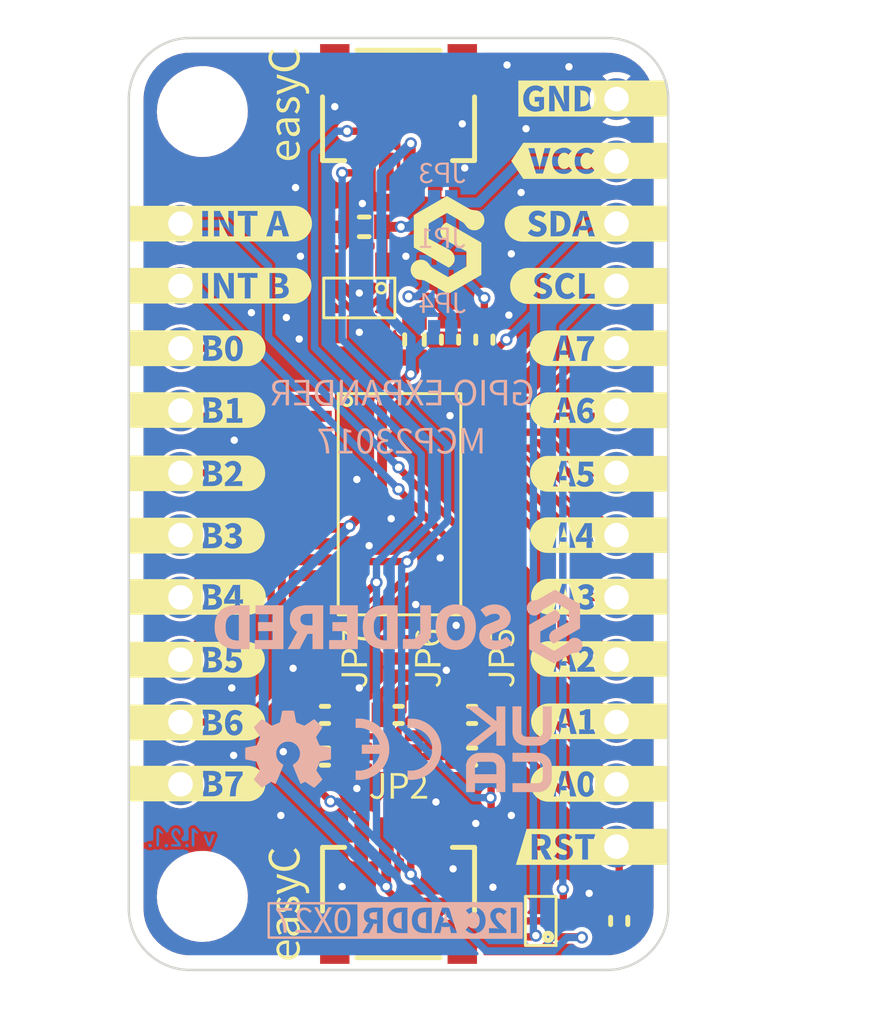
<source format=kicad_pcb>
(kicad_pcb (version 20211014) (generator pcbnew)
  (title_block (title "IO expander MCP23017 breakout") (date "2022-12-19") (rev "V1.2.0.") (company "SOLDERED") (comment 1 "333007"))
  (layers (0 "F.Cu" signal) (31 "B.Cu" signal) (34 "B.Paste" user) (35 "F.Paste" user) (36 "B.SilkS" user "B.Silkscreen") (37 "F.SilkS" user "F.Silkscreen") (38 "B.Mask" user) (39 "F.Mask" user) (44 "Edge.Cuts" user))
  (net 0 "")
  (net 1 "Net-(C3-Pad2)")
  (net 2 "GND")
  (net 3 "3V3")
  (net 4 "SDA_PULL5")
  (net 5 "5V")
  (net 6 "SCL_PULL5")
  (net 7 "SDA_PULL3,3")
  (net 8 "SCL_PULL3,3")
  (net 9 "Net-(JP5-Pad3)")
  (net 10 "A0")
  (net 11 "Net-(JP6-Pad3)")
  (net 12 "A1")
  (net 13 "Net-(JP7-Pad3)")
  (net 14 "A2")
  (net 15 "SDA3,3")
  (net 16 "SCL3,3")
  (net 17 "SCL5")
  (net 18 "SDA5")
  (net 19 "GPB0")
  (net 20 "GPB1")
  (net 21 "GPB2")
  (net 22 "GPB3")
  (net 23 "GPB4")
  (net 24 "GPB5")
  (net 25 "GPB6")
  (net 26 "GPB7")
  (net 27 "INTA")
  (net 28 "INTB")
  (net 29 "~{RESET}")
  (net 30 "GPA0")
  (net 31 "GPA1")
  (net 32 "GPA2")
  (net 33 "GPA3")
  (net 34 "GPA4")
  (net 35 "GPA5")
  (net 36 "GPA6")
  (net 37 "GPA7")
  (footprint "kibuzzard-642BBC85" (layer "F.Cu") (at 109.17 122.27)
    (fp_text reference "kibuzzard-642BBC85" hide)
    (fp_text value "G***" hide)
  )
  (footprint "e-radionica.com footprinti:easyC-connector" (layer "F.Cu") (at 101 105.3)
    (fp_text reference "K3")
    (fp_text value "easyC-SMD")
  )
  (footprint "kibuzzard-642BBCC1" (layer "F.Cu") (at 108.77 112.11)
    (fp_text reference "kibuzzard-642BBCC1" hide)
    (fp_text value "G***" hide)
  )
  (footprint "kibuzzard-642BBD2B" (layer "F.Cu") (at 109.19 127.32)
    (fp_text reference "kibuzzard-642BBD2B" hide)
    (fp_text value "G***" hide)
  )
  (footprint "e-radionica.com footprinti:0603R" (layer "F.Cu") (at 98 129.6)
    (fp_text reference "R8")
    (fp_text value "10k")
  )
  (footprint "e-radionica.com footprinti:0603C" (layer "F.Cu") (at 101.65 114.3 -90)
    (fp_text reference "C4")
    (fp_text value "2.2uF")
  )
  (footprint "kibuzzard-642BB9F8" (layer "F.Cu") (at 93.73 112.1)
    (fp_text reference "kibuzzard-642BB9F8" hide)
    (fp_text value "G***" hide)
  )
  (footprint "e-radionica.com footprinti:SOT-363" (layer "F.Cu") (at 106.8 138 180)
    (fp_text reference "U2")
    (fp_text value "NMOS-DUAL")
  )
  (footprint "kibuzzard-642BBA93" (layer "F.Cu") (at 92.81 124.79)
    (fp_text reference "kibuzzard-642BBA93" hide)
    (fp_text value "G***" hide)
  )
  (footprint "e-radionica.com footprinti:FIDUCIAL_23" (layer "F.Cu") (at 101 104.2)
    (fp_text reference "FD1")
    (fp_text value "FIDUCIAL")
  )
  (footprint "kibuzzard-642BBA47" (layer "F.Cu") (at 92.81 114.65)
    (fp_text reference "kibuzzard-642BBA47" hide)
    (fp_text value "G***" hide)
  )
  (footprint "kibuzzard-642BBC9A" (layer "F.Cu") (at 109.16 119.77)
    (fp_text reference "kibuzzard-642BBC9A" hide)
    (fp_text value "G***" hide)
  )
  (footprint "kibuzzard-642BBAB6" (layer "F.Cu") (at 92.8 129.91)
    (fp_text reference "kibuzzard-642BBAB6" hide)
    (fp_text value "G***" hide)
  )
  (footprint "e-radionica.com footprinti:easyC-connector" (layer "F.Cu") (at 101 136.7 180)
    (fp_text reference "K1")
    (fp_text value "easyC-SMD")
  )
  (footprint "kibuzzard-642BBA55" (layer "F.Cu") (at 92.81 117.17)
    (fp_text reference "kibuzzard-642BBA55" hide)
    (fp_text value "G***" hide)
  )
  (footprint "e-radionica.com footprinti:SOT-23-5" (layer "F.Cu") (at 99.4 112.6 -90)
    (fp_text reference "U3")
    (fp_text value "SE5218")
  )
  (footprint "e-radionica.com footprinti:0603R" (layer "F.Cu") (at 98 131.3 180)
    (fp_text reference "R1")
    (fp_text value "10k")
  )
  (footprint "kibuzzard-642BBD4A" (layer "F.Cu") (at 109.19 132.41)
    (fp_text reference "kibuzzard-642BBD4A" hide)
    (fp_text value "G***" hide)
  )
  (footprint "e-radionica.com footprinti:0603R" (layer "F.Cu") (at 104 129.6 180)
    (fp_text reference "R6")
    (fp_text value "10k")
  )
  (footprint "e-radionica.com footprinti:0603R" (layer "F.Cu") (at 103.1 114.3 -90)
    (fp_text reference "R2")
    (fp_text value "10k")
  )
  (footprint "Soldered Graphics:Logo-Back-CE-3.5mm" (layer "F.Cu") (at 101 131)
    (fp_text reference "REF**" hide)
    (fp_text value "Logo-Back-CE-3.5mm" hide)
  )
  (footprint "Soldered Graphics:Logo-Front-easyC-NewFont" (layer "F.Cu") (at 96.5 137.3 90)
    (fp_text reference "G***" hide)
    (fp_text value "LOGO" hide)
  )
  (footprint "e-radionica.com footprinti:SMD_JUMPER_3_PAD_TRACE" (layer "F.Cu") (at 101 131.3 180)
    (fp_text reference "JP2")
    (fp_text value "SMD_JUMPER_3_PAD_TRACE")
  )
  (footprint "e-radionica.com footprinti:0603R" (layer "F.Cu") (at 110 138 -90)
    (fp_text reference "R5")
    (fp_text value "10k")
  )
  (footprint "kibuzzard-642BBAC9" (layer "F.Cu") (at 92.81 132.4)
    (fp_text reference "kibuzzard-642BBAC9" hide)
    (fp_text value "G***" hide)
  )
  (footprint "kibuzzard-642BBCB2" (layer "F.Cu") (at 109.16 114.65)
    (fp_text reference "kibuzzard-642BBCB2" hide)
    (fp_text value "G***" hide)
  )
  (footprint "e-radionica.com footprinti:SMD_JUMPER_3_PAD_CONNECTED_RIGHT" (layer "F.Cu") (at 104 127.3 -90)
    (fp_text reference "JP5")
    (fp_text value "SMD_JUMPER_3_PAD_CONNECTED_RIGHT")
  )
  (footprint "kibuzzard-642BBDA1" (layer "F.Cu") (at 102.2 127.3 90)
    (fp_text reference "kibuzzard-642BBDA1" hide)
    (fp_text value "G***" hide)
  )
  (footprint "kibuzzard-642BBCF6" (layer "F.Cu") (at 108.93 104.47)
    (fp_text reference "kibuzzard-642BBCF6" hide)
    (fp_text value "G***" hide)
  )
  (footprint "Soldered Graphics:Logo-Front-Soldered-4mm" (layer "F.Cu") (at 103 110.44)
    (fp_text reference "G***" hide)
    (fp_text value "LOGO" hide)
  )
  (footprint "e-radionica.com footprinti:HOLE_3.2mm" (layer "F.Cu") (at 93 105)
    (fp_text reference "H1" hide)
    (fp_text value "HOLE_3.2mm" hide)
  )
  (footprint "kibuzzard-642BBCE2" (layer "F.Cu") (at 108.79 107.01)
    (fp_text reference "kibuzzard-642BBCE2" hide)
    (fp_text value "G***" hide)
  )
  (footprint "kibuzzard-642BBB80" (layer "F.Cu") (at 101 132.5)
    (fp_text reference "kibuzzard-642BBB80" hide)
    (fp_text value "G***" hide)
  )
  (footprint "kibuzzard-642BBAA3" (layer "F.Cu") (at 92.79 127.35)
    (fp_text reference "kibuzzard-642BBAA3" hide)
    (fp_text value "G***" hide)
  )
  (footprint "e-radionica.com footprinti:SMD_JUMPER_3_PAD_CONNECTED_RIGHT" (layer "F.Cu") (at 98 127.3 -90)
    (fp_text reference "JP7")
    (fp_text value "SMD_JUMPER_3_PAD_CONNECTED_RIGHT")
  )
  (footprint "Soldered Graphics:Logo-Front-easyC-NewFont" (layer "F.Cu") (at 96.5 104.7 90)
    (fp_text reference "G***" hide)
    (fp_text value "LOGO" hide)
  )
  (footprint "kibuzzard-642BBCA5" (layer "F.Cu") (at 109.17 117.18)
    (fp_text reference "kibuzzard-642BBCA5" hide)
    (fp_text value "G***" hide)
  )
  (footprint "e-radionica.com footprinti:0603R" (layer "F.Cu") (at 104 131.3 180)
    (fp_text reference "R4")
    (fp_text value "10k")
  )
  (footprint "kibuzzard-642BBA7E" (layer "F.Cu") (at 92.79 122.29)
    (fp_text reference "kibuzzard-642BBA7E" hide)
    (fp_text value "G***" hide)
  )
  (footprint "Soldered Graphics:Logo-Back-SolderedFULL-15mm" (layer "F.Cu") (at 101 126)
    (fp_text reference "REF**" hide)
    (fp_text value "Logo-Front-SolderedFULL-15mm" hide)
  )
  (footprint "e-radionica.com footprinti:HOLE_3.2mm" (layer "F.Cu") (at 93 137)
    (fp_text reference "H2" hide)
    (fp_text value "HOLE_3.2mm" hide)
  )
  (footprint "kibuzzard-642BBDD1" (layer "F.Cu") (at 105.2 127.3 90)
    (fp_text reference "kibuzzard-642BBDD1" hide)
    (fp_text value "G***" hide)
  )
  (footprint "kibuzzard-642BBA69" (layer "F.Cu") (at 92.8 119.75)
    (fp_text reference "kibuzzard-642BBA69" hide)
    (fp_text value "G***" hide)
  )
  (footprint "e-radionica.com footprinti:0603R" (layer "F.Cu") (at 104.5 114.3 90)
    (fp_text reference "R3")
    (fp_text value "10k")
  )
  (footprint "kibuzzard-642BB9DC" (layer "F.Cu") (at 93.74 109.57)
    (fp_text reference "kibuzzard-642BB9DC" hide)
    (fp_text value "G***" hide)
  )
  (footprint "kibuzzard-642BBCCD" (layer "F.Cu") (at 108.66 109.57)
    (fp_text reference "kibuzzard-642BBCCD" hide)
    (fp_text value "G***" hide)
  )
  (footprint "kibuzzard-642BBD55" (layer "F.Cu") (at 108.89 134.98)
    (fp_text reference "kibuzzard-642BBD55" hide)
    (fp_text value "G***" hide)
  )
  (footprint "e-radionica.com footprinti:SMD_JUMPER_3_PAD_CONNECTED_RIGHT" (layer "F.Cu") (at 101 127.3 -90)
    (fp_text reference "JP6")
    (fp_text value "SMD_JUMPER_3_PAD_CONNECTED_RIGHT")
  )
  (footprint "e-radionica.com footprinti:MCP23017" (layer "F.Cu") (at 101 121)
    (fp_text reference "U1")
    (fp_text value "MCP23017T-E_SS")
  )
  (footprint "kibuzzard-642BBD40" (layer "F.Cu") (at 109.2 129.86)
    (fp_text reference "kibuzzard-642BBD40" hide)
    (fp_text value "G***" hide)
  )
  (footprint "Soldered Graphics:Logo-Back-OSH-3.5mm" (layer "F.Cu") (at 96.5 131)
    (fp_text reference "G***" hide)
    (fp_text value "LOGO" hide)
  )
  (footprint "Soldered Graphics:Logo-Back-UKCA-3.5mm" (layer "F.Cu") (at 105.5 131)
    (fp_text reference "REF**" hide)
    (fp_text value "Logo-Back-UKCA-3.5mm" hide)
  )
  (footprint "kibuzzard-642BBD22" (layer "F.Cu") (at 109.2 124.78)
    (fp_text reference "kibuzzard-642BBD22" hide)
    (fp_text value "G***" hide)
  )
  (footprint "e-radionica.com footprinti:0603C" (layer "F.Cu") (at 99.6 109.7)
    (fp_text reference "C3")
    (fp_text value "2.2uF")
  )
  (footprint "e-radionica.com footprinti:0603R" (layer "F.Cu") (at 101 129.6)
    (fp_text reference "R7")
    (fp_text value "10k")
  )
  (footprint "kibuzzard-642BBD81" (layer "F.Cu") (at 99.2 127.3 90)
    (fp_text reference "kibuzzard-642BBD81" hide)
    (fp_text value "G***" hide)
  )
  (footprint "e-radionica.com footprinti:SMD_JUMPER" (layer "B.Cu") (at 102.8 114 180)
    (fp_text reference "JP4")
    (fp_text value "SMD_JUMPER")
  )
  (footprint "e-radionica.com footprinti:SMD-JUMPER-CONNECTED_TRACE_SLODERMASK" (layer "B.Cu") (at 102.8 108.7)
    (fp_text reference "JP3")
    (fp_text value "SMD-JUMPER-CONNECTED_TRACE_SLODERMASK")
  )
  (footprint "Soldered Graphics:Version1.2.1." (layer "B.Cu") (at 91.9 134.56 180)
    (fp_text reference "REF**" hide)
    (fp_text value "Version1.2.1." hide)
  )
  (footprint "e-radionica.com footprinti:HEADER_MALE_8X1" (layer "B.Cu") (at 92.11 123.54 90)
    (fp_text reference "K4")
    (fp_text value "HEADER_MALE_8X1")
  )
  (footprint "kibuzzard-642BBE51" (layer "B.Cu") (at 101.08 118.42 180)
    (fp_text reference "kibuzzard-642BBE51" hide)
    (fp_text value "G***" hide)
  )
  (footprint "kibuzzard-642BC08F" (layer "B.Cu") (at 97.52 137.97 180)
    (fp_text reference "kibuzzard-642BC08F" hide)
    (fp_text value "G***" hide)
  )
  (footprint "e-radionica.com footprinti:HEADER_MALE_2X1" (layer "B.Cu") (at 92.11 110.84 90)
    (fp_text reference "K7")
    (fp_text value "HEADER_MALE_2X1")
  )
  (footprint "e-radionica.com footprinti:HEADER_MALE_8X1" (layer "B.Cu") (at 109.89 123.54 -90)
    (fp_text reference "K6")
    (fp_text value "HEADER_MALE_8X1")
  )
  (footprint "e-radionica.com footprinti:SMD_JUMPER_3_PAD_TRACE" (layer "B.Cu") (at 102.8 111.35)
    (fp_text reference "JP1")
    (fp_text value "SMD_JUMPER_3_PAD_TRACE")
  )
  (footprint "kibuzzard-642BBE01" (layer "B.Cu") (at 101.13 116.46 180)
    (fp_text reference "kibuzzard-642BBE01" hide)
    (fp_text value "G***" hide)
  )
  (footprint "e-radionica.com footprinti:HEADER_MALE_4X1" (layer "B.Cu") (at 109.89 108.3 -90)
    (fp_text reference "K2")
    (fp_text value "HEADER_MALE_4X1")
  )
  (footprint "Soldered Graphics:Symbol-Front-I2C-ADDR-Field-NewFont" (layer "B.Cu") (at 100.86 137.98 180)
    (fp_text reference "REF**" hide)
    (fp_text value "Symbol-Front-I2C-ADDR-Field" hide)
  )
  (footprint "e-radionica.com footprinti:HEADER_MALE_1X1" (layer "B.Cu") (at 109.89 134.97 180)
    (fp_text reference "K5")
    (fp_text value "HEADER_MALE_1X1")
  )
  (footprint "kibuzzard-642BBEB4" (layer "B.Cu") (at 102.8 107.5 180)
    (fp_text reference "kibuzzard-642BBEB4" hide)
    (fp_text value "G***" hide)
  )
  (footprint "kibuzzard-642BBEF7" (layer "B.Cu") (at 102.8 110.15 180)
    (fp_text reference "kibuzzard-642BBEF7" hide)
    (fp_text value "G***" hide)
  )
  (footprint "kibuzzard-642BBF1A" (layer "B.Cu") (at 102.8 112.8 180)
    (fp_text reference "kibuzzard-642BBF1A" hide)
    (fp_text value "G***" hide)
  )
  (gr_arc (start 112 137.5) (mid 111.267767 139.267767) (end 109.5 140) (layer "Edge.Cuts") (width 0.1))
  (gr_arc (start 92.5 140) (mid 90.732233 139.267767) (end 90 137.5) (layer "Edge.Cuts") (width 0.1))
  (gr_arc (start 90 104.5) (mid 90.732233 102.732233) (end 92.5 102) (layer "Edge.Cuts") (width 0.1))
  (gr_line (start 92.5 102) (end 109.5 102) (layer "Edge.Cuts") (width 0.1))
  (gr_line (start 112 104.5) (end 112 137.5) (layer "Edge.Cuts") (width 0.1))
  (gr_line (start 109.5 140) (end 92.5 140) (layer "Edge.Cuts") (width 0.1))
  (gr_arc (start 109.5 102) (mid 111.267767 102.732233) (end 112 104.5) (layer "Edge.Cuts") (width 0.1))
  (gr_line (start 90 137.5) (end 90 104.5) (layer "Edge.Cuts") (width 0.1))
  (segment (start 98.45 111.3) (end 98.45 112.45) (width 0.254) (layer "F.Cu") (net 1))
  (segment (start 101.1 109.7) (end 100.33 109.7) (width 0.4) (layer "F.Cu") (net 1))
  (segment (start 99.1 113.1) (end 99.707656 113.1) (width 0.254) (layer "F.Cu") (net 1))
  (segment (start 100.35 111.3) (end 100.35 109.72) (width 0.4) (layer "F.Cu") (net 1))
  (segment (start 98.45 112.45) (end 99.1 113.1) (width 0.254) (layer "F.Cu") (net 1))
  (segment (start 99.707656 113.1) (end 100.35 112.457656) (width 0.254) (layer "F.Cu") (net 1))
  (segment (start 100.35 112.457656) (end 100.35 111.3) (width 0.254) (layer "F.Cu") (net 1))
  (segment (start 100.35 109.72) (end 100.33 109.7) (width 0.4) (layer "F.Cu") (net 1))
  (via (at 101.1 109.7) (size 0.5) (drill 0.3) (layers "F.Cu" "B.Cu") (net 1))
  (segment (start 101.45 109.7) (end 102.44 108.71) (width 0.4) (layer "B.Cu") (net 1))
  (segment (start 101.1 109.7) (end 101.45 109.7) (width 0.4) (layer "B.Cu") (net 1))
  (segment (start 99.4 111.3) (end 99.4 110.23) (width 0.4) (layer "F.Cu") (net 2))
  (segment (start 99.4 110.23) (end 98.87 109.7) (width 0.4) (layer "F.Cu") (net 2))
  (via (at 99.4 128.5) (size 0.5) (drill 0.3) (layers "F.Cu" "B.Cu") (net 2))
  (via (at 102.7 123.2) (size 0.5) (drill 0.3) (layers "F.Cu" "B.Cu") (net 2))
  (via (at 105.425 103.1) (size 0.5) (drill 0.3) (layers "F.Cu" "B.Cu") (net 2))
  (via (at 99.3 132.6) (size 0.5) (drill 0.3) (layers "F.Cu" "B.Cu") (net 2))
  (via (at 104.15 134.025) (size 0.5) (drill 0.3) (layers "F.Cu" "B.Cu") (net 2))
  (via (at 102.95 127.78) (size 0.5) (drill 0.3) (layers "F.Cu" "B.Cu") (net 2))
  (via (at 97 110.9) (size 0.5) (drill 0.3) (layers "F.Cu" "B.Cu") (net 2))
  (via (at 98.4 104.8) (size 0.5) (drill 0.3) (layers "F.Cu" "B.Cu") (net 2))
  (via (at 96.8 108.1) (size 0.5) (drill 0.3) (layers "F.Cu" "B.Cu") (net 2))
  (via (at 107.95 103.175) (size 0.5) (drill 0.3) (layers "F.Cu" "B.Cu") (net 2))
  (via (at 101.7 125.1) (size 0.5) (drill 0.3) (layers "F.Cu" "B.Cu") (net 2))
  (via (at 103.1 117.4) (size 0.5) (drill 0.3) (layers "F.Cu" "B.Cu") (net 2))
  (via (at 99.4 114) (size 0.5) (drill 0.3) (layers "F.Cu" "B.Cu") (net 2))
  (via (at 106 108.3) (size 0.5) (drill 0.3) (layers "F.Cu" "B.Cu") (net 2))
  (via (at 106.2 105.7) (size 0.5) (drill 0.3) (layers "F.Cu" "B.Cu") (net 2))
  (via (at 96.3 131.1) (size 0.5) (drill 0.3) (layers "F.Cu" "B.Cu") (net 2))
  (via (at 105.5 113.3) (size 0.5) (drill 0.3) (layers "F.Cu" "B.Cu") (net 2))
  (via (at 99.4 112.4) (size 0.5) (drill 0.3) (layers "F.Cu" "B.Cu") (net 2))
  (via (at 99.525 108.75) (size 0.5) (drill 0.3) (layers "F.Cu" "B.Cu") (net 2))
  (via (at 94.3 118.4) (size 0.5) (drill 0.3) (layers "F.Cu" "B.Cu") (net 2))
  (via (at 96.2 133.7) (size 0.5) (drill 0.3) (layers "F.Cu" "B.Cu") (net 2))
  (via (at 105.6 110.8) (size 0.5) (drill 0.3) (layers "F.Cu" "B.Cu") (net 2))
  (via (at 96.95 114.275) (size 0.5) (drill 0.3) (layers "F.Cu" "B.Cu") (net 2))
  (via (at 103.35 125.95) (size 0.5) (drill 0.3) (layers "F.Cu" "B.Cu") (net 2))
  (via (at 94.2 128.5) (size 0.5) (drill 0.3) (layers "F.Cu" "B.Cu") (net 2))
  (via (at 98.7 136.6) (size 0.5) (drill 0.3) (layers "F.Cu" "B.Cu") (net 2))
  (via (at 103.7 107.3) (size 0.5) (drill 0.3) (layers "F.Cu" "B.Cu") (net 2))
  (via (at 96.425 113.4) (size 0.5) (drill 0.3) (layers "F.Cu" "B.Cu") (net 2))
  (via (at 99.8 122.7) (size 0.5) (drill 0.3) (layers "F.Cu" "B.Cu") (net 2))
  (via (at 105.6 133.7) (size 0.5) (drill 0.3) (layers "F.Cu" "B.Cu") (net 2))
  (via (at 103.6 105.5) (size 0.5) (drill 0.3) (layers "F.Cu" "B.Cu") (net 2))
  (via (at 94.275 131.25) (size 0.5) (drill 0.3) (layers "F.Cu" "B.Cu") (net 2))
  (via (at 96.7 127.7) (size 0.5) (drill 0.3) (layers "F.Cu" "B.Cu") (net 2))
  (via (at 104.85 136.625) (size 0.5) (drill 0.3) (layers "F.Cu" "B.Cu") (net 2))
  (via (at 108.775 136.875) (size 0.5) (drill 0.3) (layers "F.Cu" "B.Cu") (net 2))
  (via (at 103.225 135.875) (size 0.5) (drill 0.3) (layers "F.Cu" "B.Cu") (net 2))
  (via (at 101.3 110.9) (size 0.5) (drill 0.3) (layers "F.Cu" "B.Cu") (net 2))
  (via (at 100.7 121.6) (size 0.5) (drill 0.3) (layers "F.Cu" "B.Cu") (net 2))
  (via (at 95 113.2) (size 0.5) (drill 0.3) (layers "F.Cu" "B.Cu") (net 2))
  (via (at 102.525 133.15) (size 0.5) (drill 0.3) (layers "F.Cu" "B.Cu") (net 2))
  (via (at 99.3 120) (size 0.5) (drill 0.3) (layers "F.Cu" "B.Cu") (net 2))
  (segment (start 100.35 114.7) (end 100.68 115.03) (width 0.4) (layer "F.Cu") (net 3))
  (segment (start 101.65 115.55) (end 101.65 115.03) (width 0.4) (layer "F.Cu") (net 3))
  (segment (start 101 130.596978) (end 101 130.2) (width 0.254) (layer "F.Cu") (net 3))
  (segment (start 104.3 137.2) (end 101 137.2) (width 0.3) (layer "F.Cu") (net 3))
  (segment (start 101 131.3) (end 101 132.7) (width 0.254) (layer "F.Cu") (net 3))
  (segment (start 100.5 133.2) (end 100.5 134.55) (width 0.254) (layer "F.Cu") (net 3))
  (segment (start 100.33 116.87) (end 100.33 120.57) (width 0.4) (layer "F.Cu") (net 3))
  (segment (start 107.72 138) (end 105.88 138) (width 0.3) (layer "F.Cu") (net 3))
  (segment (start 108.75 138) (end 109.525 138.775) (width 0.3) (layer "F.Cu") (net 3))
  (segment (start 100.35 113.9) (end 100.35 114.7) (width 0.4) (layer "F.Cu") (net 3))
  (segment (start 98.775 129.5) (end 99.748489 130.473489) (width 0.254) (layer "F.Cu") (net 3))
  (segment (start 100.68 115.03) (end 101.65 115.03) (width 0.4) (layer "F.Cu") (net 3))
  (segment (start 100.876511 130.473489) (end 101 130.596978) (width 0.254) (layer "F.Cu") (net 3))
  (segment (start 100.5 136.6) (end 100.5 136) (width 0.4) (layer "F.Cu") (net 3))
  (segment (start 100.5 134.55) (end 100.5 136) (width 0.4) (layer "F.Cu") (net 3))
  (segment (start 101.6 129.6) (end 101.775 129.6) (width 0.254) (layer "F.Cu") (net 3))
  (segment (start 105.88 138) (end 105.1 138) (width 0.3) (layer "F.Cu") (net 3))
  (segment (start 99.748489 130.473489) (end 100.876511 130.473489) (width 0.254) (layer "F.Cu") (net 3))
  (segment (start 101 130.2) (end 101.6 129.6) (width 0.254) (layer "F.Cu") (net 3))
  (segment (start 101.775 129.6) (end 103.225 129.6) (width 0.254) (layer "F.Cu") (net 3))
  (segment (start 99 121.9) (end 98.925 121.975) (width 0.4) (layer "F.Cu") (net 3))
  (segment (start 101 130.596978) (end 101 131.3) (width 0.254) (layer "F.Cu") (net 3))
  (segment (start 101 132.7) (end 100.5 133.2) (width 0.254) (layer "F.Cu") (net 3))
  (segment (start 105.1 138) (end 104.3 137.2) (width 0.3) (layer "F.Cu") (net 3))
  (segment (start 101.5 115.7) (end 100.33 116.87) (width 0.4) (layer "F.Cu") (net 3))
  (segment (start 100.5 136.7) (end 100.5 136) (width 0.3) (layer "F.Cu") (net 3))
  (segment (start 101.5 106.3) (end 101.5 107.45) (width 0.4) (layer "F.Cu") (net 3))
  (segment (start 98.925 121.975) (end 97.4 121.975) (width 0.4) (layer "F.Cu") (net 3))
  (segment (start 107.72 138) (end 108.75 138) (width 0.3) (layer "F.Cu") (net 3))
  (segment (start 109.525 138.775) (end 110 138.775) (width 0.3) (layer "F.Cu") (net 3))
  (segment (start 101.5 115.7) (end 101.65 115.55) (width 0.4) (layer "F.Cu") (net 3))
  (segment (start 100.33 120.57) (end 99 121.9) (width 0.4) (layer "F.Cu") (net 3))
  (segment (start 101 137.2) (end 100.5 136.7) (width 0.3) (layer "F.Cu") (net 3))
  (via (at 99 121.9) (size 0.5) (drill 0.3) (layers "F.Cu" "B.Cu") (net 3))
  (via (at 101.5 106.3) (size 0.5) (drill 0.3) (layers "F.Cu" "B.Cu") (net 3))
  (via (at 101.5 115.7) (size 0.5) (drill 0.3) (layers "F.Cu" "B.Cu") (net 3))
  (via (at 100.5 136.6) (size 0.5) (drill 0.3) (layers "F.Cu" "B.Cu") (net 3))
  (segment (start 100.3 113.05) (end 100.3 107.5) (width 0.4) (layer "B.Cu") (net 3))
  (segment (start 100.3 107.5) (end 101.5 106.3) (width 0.4) (layer "B.Cu") (net 3))
  (segment (start 101.5 114.25) (end 100.3 113.05) (width 0.4) (layer "B.Cu") (net 3))
  (segment (start 101.5 115.7) (end 101.5 114.95) (width 0.4) (layer "B.Cu") (net 3))
  (segment (start 95.5 131.6) (end 100.5 136.6) (width 0.4) (layer "B.Cu") (net 3))
  (segment (start 101.5 115.7) (end 101.5 114.25) (width 0.4) (layer "B.Cu") (net 3))
  (segment (start 101.5 114.95) (end 102.45 114) (width 0.4) (layer "B.Cu") (net 3))
  (segment (start 99 121.9) (end 95.5 125.4) (width 0.4) (layer "B.Cu") (net 3))
  (segment (start 95.5 125.4) (end 95.5 131.6) (width 0.4) (layer "B.Cu") (net 3))
  (segment (start 104.5 112.6) (end 104.5 113.425) (width 0.3) (layer "F.Cu") (net 4))
  (via (at 104.5 112.6) (size 0.5) (drill 0.3) (layers "F.Cu" "B.Cu") (net 4))
  (segment (start 104.5 112.6) (end 103.5 111.6) (width 0.3) (layer "B.Cu") (net 4))
  (segment (start 103.5 111.6) (end 103.5 111.09) (width 0.3) (layer "B.Cu") (net 4))
  (segment (start 105.945 107.03) (end 104.265 108.71) (width 0.4) (layer "B.Cu") (net 5))
  (segment (start 109.89 107.03) (end 105.945 107.03) (width 0.4) (layer "B.Cu") (net 5))
  (segment (start 103.15 113.296978) (end 102.8 112.946978) (width 0.4) (layer "B.Cu") (net 5))
  (segment (start 102.8 110.646978) (end 103.14 110.306978) (width 0.4) (layer "B.Cu") (net 5))
  (segment (start 103.22 113.93) (end 103.15 114) (width 0.4) (layer "B.Cu") (net 5))
  (segment (start 103.15 114) (end 103.15 113.296978) (width 0.4) (layer "B.Cu") (net 5))
  (segment (start 102.8 112.946978) (end 102.8 110.646978) (width 0.4) (layer "B.Cu") (net 5))
  (segment (start 104.265 108.71) (end 103.14 108.71) (width 0.4) (layer "B.Cu") (net 5))
  (segment (start 103.14 110.306978) (end 103.14 108.7) (width 0.4) (layer "B.Cu") (net 5))
  (segment (start 103.14 108.71) (end 103.22 108.79) (width 0.4) (layer "B.Cu") (net 5))
  (segment (start 101.41 112.54) (end 102.215 112.54) (width 0.3) (layer "F.Cu") (net 6))
  (segment (start 102.215 112.54) (end 103 113.325) (width 0.3) (layer "F.Cu") (net 6))
  (via (at 101.41 112.54) (size 0.5) (drill 0.3) (layers "F.Cu" "B.Cu") (net 6))
  (segment (start 101.41 112.54) (end 101.75 112.54) (width 0.3) (layer "B.Cu") (net 6))
  (segment (start 101.75 112.54) (end 102.1 112.19) (width 0.3) (layer "B.Cu") (net 6))
  (segment (start 102.1 112.19) (end 102.1 111.09) (width 0.3) (layer "B.Cu") (net 6))
  (segment (start 98.775 131.3) (end 100.3 131.3) (width 0.3) (layer "F.Cu") (net 7))
  (segment (start 101.7 131.3) (end 103.225 131.3) (width 0.3) (layer "F.Cu") (net 8))
  (segment (start 104.775 129.5) (end 104.775 128.775) (width 0.3) (layer "F.Cu") (net 9))
  (segment (start 104.775 128.775) (end 104 128) (width 0.3) (layer "F.Cu") (net 9))
  (segment (start 105.2 125.825) (end 104.6 125.225) (width 0.3) (layer "F.Cu") (net 10))
  (segment (start 104.749022 127.3) (end 105.2 126.849022) (width 0.3) (layer "F.Cu") (net 10))
  (segment (start 104 127.3) (end 104.749022 127.3) (width 0.3) (layer "F.Cu") (net 10))
  (segment (start 105.2 126.849022) (end 105.2 125.825) (width 0.3) (layer "F.Cu") (net 10))
  (segment (start 100.225 128.775) (end 101 128) (width 0.3) (layer "F.Cu") (net 11))
  (segment (start 100.225 129.5) (end 100.225 128.775) (width 0.3) (layer "F.Cu") (net 11))
  (segment (start 101 127.3) (end 101.9 127.3) (width 0.3) (layer "F.Cu") (net 12))
  (segment (start 102.5 125.3) (end 103.225 124.575) (width 0.3) (layer "F.Cu") (net 12))
  (segment (start 102.5 126.7) (end 102.5 125.3) (width 0.3) (layer "F.Cu") (net 12))
  (segment (start 101.9 127.3) (end 102.5 126.7) (width 0.3) (layer "F.Cu") (net 12))
  (segment (start 103.225 124.575) (end 104.6 124.575) (width 0.3) (layer "F.Cu") (net 12))
  (segment (start 97.225 129.6) (end 97.225 128.775) (width 0.3) (layer "F.Cu") (net 13))
  (segment (start 97.225 128.775) (end 98 128) (width 0.3) (layer "F.Cu") (net 13))
  (segment (start 104.6 123.925) (end 104.575497 123.949503) (width 0.3) (layer "F.Cu") (net 14))
  (segment (start 101.350497 123.949503) (end 99.5 125.8) (width 0.3) (layer "F.Cu") (net 14))
  (segment (start 98.9 127.3) (end 98 127.3) (width 0.3) (layer "F.Cu") (net 14))
  (segment (start 99.5 126.7) (end 98.9 127.3) (width 0.3) (layer "F.Cu") (net 14))
  (segment (start 99.5 125.8) (end 99.5 126.7) (width 0.3) (layer "F.Cu") (net 14))
  (segment (start 104.575497 123.949503) (end 101.350497 123.949503) (width 0.3) (layer "F.Cu") (net 14))
  (segment (start 100.5 106.375) (end 100.5 107.45) (width 0.3) (layer "F.Cu") (net 15))
  (segment (start 99.725 124.575) (end 97.4 124.575) (width 0.3) (layer "F.Cu") (net 15))
  (segment (start 98.9 105.8) (end 99.925 105.8) (width 0.3) (layer "F.Cu") (net 15))
  (segment (start 100.1 124.2) (end 99.725 124.575) (width 0.3) (layer "F.Cu") (net 15))
  (segment (start 98.225 133.125) (end 97.225 132.125) (width 0.3) (layer "F.Cu") (net 15))
  (segment (start 97.225 132.125) (end 97.225 131.3) (width 0.3) (layer "F.Cu") (net 15))
  (segment (start 99.925 105.8) (end 100.5 106.375) (width 0.3) (layer "F.Cu") (net 15))
  (segment (start 108.45 138.65) (end 108.475 138.675) (width 0.3) (layer "F.Cu") (net 15))
  (segment (start 101.5 136.1) (end 101.5 134.55) (width 0.3) (layer "F.Cu") (net 15))
  (segment (start 107.72 138.65) (end 108.45 138.65) (width 0.3) (layer "F.Cu") (net 15))
  (via (at 100.1 124.2) (size 0.5) (drill 0.3) (layers "F.Cu" "B.Cu") (net 15))
  (via (at 101.5 136.1) (size 0.5) (drill 0.3) (layers "F.Cu" "B.Cu") (net 15))
  (via (at 98.9 105.8) (size 0.5) (drill 0.3) (layers "F.Cu" "B.Cu") (net 15))
  (via (at 98.225 133.125) (size 0.5) (drill 0.3) (layers "F.Cu" "B.Cu") (net 15))
  (via (at 108.475 138.675) (size 0.5) (drill 0.3) (layers "F.Cu" "B.Cu") (net 15))
  (segment (start 98.525 133.125) (end 100.2 134.8) (width 0.3) (layer "B.Cu") (net 15))
  (segment (start 107.875 138.675) (end 107.325 139.225) (width 0.3) (layer "B.Cu") (net 15))
  (segment (start 101.5 136.15) (end 101.5 136.1) (width 0.3) (layer "B.Cu") (net 15))
  (segment (start 98.475 105.8) (end 98.9 105.8) (width 0.3) (layer "B.Cu") (net 15))
  (segment (start 101.925 118.975) (end 97.575 114.625) (width 0.3) (layer "B.Cu") (net 15))
  (segment (start 97.575 114.625) (end 97.575 106.7) (width 0.3) (layer "B.Cu") (net 15))
  (segment (start 101.925 121.563581) (end 101.925 118.975) (width 0.3) (layer "B.Cu") (net 15))
  (segment (start 100.1 123.388581) (end 101.925 121.563581) (width 0.3) (layer "B.Cu") (net 15))
  (segment (start 104.2 138.85) (end 101.5 136.15) (width 0.3) (layer "B.Cu") (net 15))
  (segment (start 100.1 124.2) (end 100.1 123.388581) (width 0.3) (layer "B.Cu") (net 15))
  (segment (start 98.225 133.125) (end 98.525 133.125) (width 0.3) (layer "B.Cu") (net 15))
  (segment (start 108.475 138.675) (end 107.875 138.675) (width 0.3) (layer "B.Cu") (net 15))
  (segment (start 100.2 134.8) (end 101.5 136.1) (width 0.3) (layer "B.Cu") (net 15))
  (segment (start 100.1 124.2) (end 100.1 134.7) (width 0.3) (layer "B.Cu") (net 15))
  (segment (start 100.1 134.7) (end 100.2 134.8) (width 0.3) (layer "B.Cu") (net 15))
  (segment (start 107.325 139.225) (end 104.575 139.225) (width 0.3) (layer "B.Cu") (net 15))
  (segment (start 104.575 139.225) (end 104.2 138.85) (width 0.3) (layer "B.Cu") (net 15))
  (segment (start 97.575 106.7) (end 98.475 105.8) (width 0.3) (layer "B.Cu") (net 15))
  (segment (start 99.175 123.925) (end 97.4 123.925) (width 0.3) (layer "F.Cu") (net 16))
  (segment (start 102.5 134.55) (end 103.85 134.55) (width 0.3) (layer "F.Cu") (net 16))
  (segment (start 98.7 107.5) (end 99.45 107.5) (width 0.3) (layer "F.Cu") (net 16))
  (segment (start 99.45 107.5) (end 99.5 107.45) (width 0.3) (layer "F.Cu") (net 16))
  (segment (start 103.85 134.55) (end 104.7 135.4) (width 0.3) (layer "F.Cu") (net 16))
  (segment (start 104.775 135.475) (end 104.7 135.4) (width 0.3) (layer "F.Cu") (net 16))
  (segment (start 99.750008 123.349992) (end 99.175 123.925) (width 0.3) (layer "F.Cu") (net 16))
  (segment (start 101.349992 123.349992) (end 99.750008 123.349992) (width 0.3) (layer "F.Cu") (net 16))
  (segment (start 105.88 136.58) (end 105.88 137.35) (width 0.3) (layer "F.Cu") (net 16))
  (segment (start 104.7 135.4) (end 105.88 136.58) (width 0.3) (layer "F.Cu") (net 16))
  (segment (start 104.775 131.3) (end 104.775 135.475) (width 0.3) (layer "F.Cu") (net 16))
  (via (at 98.7 107.5) (size 0.5) (drill 0.3) (layers "F.Cu" "B.Cu") (net 16))
  (via (at 104.75 132.975) (size 0.5) (drill 0.3) (layers "F.Cu" "B.Cu") (net 16))
  (via (at 101.349992 123.349992) (size 0.5) (drill 0.3) (layers "F.Cu" "B.Cu") (net 16))
  (segment (start 101.349992 123.349992) (end 101.350008 123.349992) (width 0.3) (layer "B.Cu") (net 16))
  (segment (start 101.350008 123.349992) (end 103 121.7) (width 0.3) (layer "B.Cu") (net 16))
  (segment (start 104.075 132.975) (end 101.125 130.025) (width 0.3) (layer "B.Cu") (net 16))
  (segment (start 103 121.7) (end 103 118.6) (width 0.3) (layer "B.Cu") (net 16))
  (segment (start 103 118.6) (end 98.7 114.3) (width 0.3) (layer "B.Cu") (net 16))
  (segment (start 98.7 114.3) (end 98.7 107.5) (width 0.3) (layer "B.Cu") (net 16))
  (segment (start 101.125 130.025) (end 101.125 123.574984) (width 0.3) (layer "B.Cu") (net 16))
  (segment (start 101.125 123.574984) (end 101.349992 123.349992) (width 0.3) (layer "B.Cu") (net 16))
  (segment (start 104.75 132.975) (end 104.075 132.975) (width 0.3) (layer "B.Cu") (net 16))
  (segment (start 109.19 112.11) (end 109.89 112.11) (width 0.3) (layer "F.Cu") (net 17))
  (segment (start 107.72 137.35) (end 107.72 136.72) (width 0.3) (layer "F.Cu") (net 17))
  (segment (start 107.72 136.72) (end 107.7 136.7) (width 0.3) (layer "F.Cu") (net 17))
  (segment (start 103.1 115.075) (end 103.1 115.3) (width 0.3) (layer "F.Cu") (net 17))
  (segment (start 103.1 115.3) (end 103.7 115.9) (width 0.3) (layer "F.Cu") (net 17))
  (segment (start 105.4 115.9) (end 109.19 112.11) (width 0.3) (layer "F.Cu") (net 17))
  (segment (start 103.7 115.9) (end 105.4 115.9) (width 0.3) (layer "F.Cu") (net 17))
  (via (at 107.7 136.7) (size 0.5) (drill 0.3) (layers "F.Cu" "B.Cu") (net 17))
  (segment (start 107.7 136.7) (end 107.7 113.8) (width 0.3) (layer "B.Cu") (net 17))
  (segment (start 107.7 113.8) (end 109.39 112.11) (width 0.3) (layer "B.Cu") (net 17))
  (segment (start 109.39 112.11) (end 109.89 112.11) (width 0.3) (layer "B.Cu") (net 17))
  (segment (start 105.4 114.3) (end 104.725 114.975) (width 0.3) (layer "F.Cu") (net 18))
  (segment (start 106.6 138.6) (end 106.55 138.65) (width 0.3) (layer "F.Cu") (net 18))
  (segment (start 106.55 138.65) (end 105.88 138.65) (width 0.3) (layer "F.Cu") (net 18))
  (segment (start 104.725 114.975) (end 104.5 114.975) (width 0.3) (layer "F.Cu") (net 18))
  (via (at 105.4 114.3) (size 0.5) (drill 0.3) (layers "F.Cu" "B.Cu") (net 18))
  (via (at 106.6 138.6) (size 0.5) (drill 0.3) (layers "F.Cu" "B.Cu") (net 18))
  (segment (start 106.5 111.8) (end 108.73 109.57) (width 0.3) (layer "B.Cu") (net 18))
  (segment (start 105.4 114.3) (end 106.5 113.2) (width 0.3) (layer "B.Cu") (net 18))
  (segment (start 106.5 113.2) (end 106.5 112.96) (width 0.3) (layer "B.Cu") (net 18))
  (segment (start 106.5 138.5) (end 106.5 112.96) (width 0.3) (layer "B.Cu") (net 18))
  (segment (start 106.6 138.6) (end 106.5 138.5) (width 0.3) (layer "B.Cu") (net 18))
  (segment (start 106.5 112.96) (end 106.5 111.8) (width 0.3) (layer "B.Cu") (net 18))
  (segment (start 108.73 109.57) (end 109.89 109.57) (width 0.3) (layer "B.Cu") (net 18))
  (segment (start 97.4 116.775) (end 95.775 116.775) (width 0.3) (layer "F.Cu") (net 19))
  (segment (start 93.65 114.65) (end 92.11 114.65) (width 0.3) (layer "F.Cu") (net 19))
  (segment (start 95.775 116.775) (end 93.65 114.65) (width 0.3) (layer "F.Cu") (net 19))
  (segment (start 92.11 117.19) (end 92.345 117.425) (width 0.3) (layer "F.Cu") (net 20))
  (segment (start 92.345 117.425) (end 97.4 117.425) (width 0.3) (layer "F.Cu") (net 20))
  (segment (start 92.11 119.73) (end 94.07 119.73) (width 0.3) (layer "F.Cu") (net 21))
  (segment (start 95.725 118.075) (end 97.4 118.075) (width 0.3) (layer "F.Cu") (net 21))
  (segment (start 94.07 119.73) (end 95.725 118.075) (width 0.3) (layer "F.Cu") (net 21))
  (segment (start 92.11 122.27) (end 92.480266 122.27) (width 0.3) (layer "F.Cu") (net 22))
  (segment (start 92.480266 122.27) (end 96.025266 118.725) (width 0.3) (layer "F.Cu") (net 22))
  (segment (start 96.025266 118.725) (end 97.4 118.725) (width 0.3) (layer "F.Cu") (net 22))
  (segment (start 94.267747 122.652253) (end 94.267747 121.188947) (width 0.3) (layer "F.Cu") (net 23))
  (segment (start 96.081694 119.375) (end 97.4 119.375) (width 0.3) (layer "F.Cu") (net 23))
  (segment (start 92.11 124.81) (end 94.267747 122.652253) (width 0.3) (layer "F.Cu") (net 23))
  (segment (start 94.267747 121.188947) (end 96.081694 119.375) (width 0.3) (layer "F.Cu") (net 23))
  (segment (start 94.767267 121.395855) (end 96.138122 120.025) (width 0.3) (layer "F.Cu") (net 24))
  (segment (start 92.11 127.35) (end 94.767266 124.692734) (width 0.3) (layer "F.Cu") (net 24))
  (segment (start 96.138122 120.025) (end 97.4 120.025) (width 0.3) (layer "F.Cu") (net 24))
  (segment (start 94.767266 124.692734) (end 94.767267 121.395855) (width 0.3) (layer "F.Cu") (net 24))
  (segment (start 93.943572 129.89) (end 95.266786 128.566786) (width 0.3) (layer "F.Cu") (net 25))
  (segment (start 92.11 129.89) (end 93.943572 129.89) (width 0.3) (layer "F.Cu") (net 25))
  (segment (start 96.19455 120.675) (end 97.4 120.675) (width 0.3) (layer "F.Cu") (net 25))
  (segment (start 95.266786 121.602764) (end 96.19455 120.675) (width 0.3) (layer "F.Cu") (net 25))
  (segment (start 95.266786 128.566786) (end 95.266786 121.602764) (width 0.3) (layer "F.Cu") (net 25))
  (segment (start 96.250978 121.325) (end 97.4 121.325) (width 0.3) (layer "F.Cu") (net 26))
  (segment (start 92.11 132.43) (end 95.8 128.74) (width 0.3) (layer "F.Cu") (net 26))
  (segment (start 95.8 121.775978) (end 96.250978 121.325) (width 0.3) (layer "F.Cu") (net 26))
  (segment (start 95.8 128.74) (end 95.8 121.775978) (width 0.3) (layer "F.Cu") (net 26))
  (segment (start 103.450978 121.975) (end 104.6 121.975) (width 0.3) (layer "F.Cu") (net 27))
  (segment (start 101 119.5) (end 101 119.524022) (width 0.3) (layer "F.Cu") (net 27))
  (segment (start 101 119.524022) (end 103.450978 121.975) (width 0.3) (layer "F.Cu") (net 27))
  (via (at 101 119.5) (size 0.5) (drill 0.3) (layers "F.Cu" "B.Cu") (net 27))
  (segment (start 101 119.5) (end 95.7 114.2) (width 0.3) (layer "B.Cu") (net 27))
  (segment (start 95.7 111.3) (end 93.97 109.57) (width 0.3) (layer "B.Cu") (net 27))
  (segment (start 95.7 114.2) (end 95.7 111.3) (width 0.3) (layer "B.Cu") (net 27))
  (segment (start 93.97 109.57) (end 92.11 109.57) (width 0.3) (layer "B.Cu") (net 27))
  (segment (start 103.2045 122.625) (end 104.6 122.625) (width 0.3) (layer "F.Cu") (net 28))
  (segment (start 101 120.4205) (end 103.2045 122.625) (width 0.3) (layer "F.Cu") (net 28))
  (segment (start 101 120.4) (end 101 120.4205) (width 0.3) (layer "F.Cu") (net 28))
  (via (at 101 120.4) (size 0.5) (drill 0.3) (layers "F.Cu" "B.Cu") (net 28))
  (segment (start 92.71 112.11) (end 92.11 112.11) (width 0.3) (layer "B.Cu") (net 28))
  (segment (start 101 120.4) (end 92.71 112.11) (width 0.3) (layer "B.Cu") (net 28))
  (segment (start 110 137.225) (end 110 135.08) (width 0.3) (layer "F.Cu") (net 29))
  (segment (start 105.749022 123.275) (end 104.6 123.275) (width 0.3) (layer "F.Cu") (net 29))
  (segment (start 109.89 134.97) (end 106.2 131.28) (width 0.3) (layer "F.Cu") (net 29))
  (segment (start 106.2 123.725978) (end 105.749022 123.275) (width 0.3) (layer "F.Cu") (net 29))
  (segment (start 110 135.08) (end 109.89 134.97) (width 0.3) (layer "F.Cu") (net 29))
  (segment (start 106.2 131.28) (end 106.2 123.725978) (width 0.3) (layer "F.Cu") (net 29))
  (segment (start 109.89 132.43) (end 106.69952 129.23952) (width 0.3) (layer "F.Cu") (net 30))
  (segment (start 105.818572 121.325) (end 104.6 121.325) (width 0.3) (layer "F.Cu") (net 30))
  (segment (start 106.69952 122.205948) (end 105.818572 121.325) (width 0.3) (layer "F.Cu") (net 30))
  (segment (start 106.69952 129.23952) (end 106.69952 122.205948) (width 0.3) (layer "F.Cu") (net 30))
  (segment (start 107.19904 127.19904) (end 107.19904 121.99904) (width 0.3) (layer "F.Cu") (net 31))
  (segment (start 105.875 120.675) (end 104.6 120.675) (width 0.3) (layer "F.Cu") (net 31))
  (segment (start 107.19904 121.99904) (end 105.875 120.675) (width 0.3) (layer "F.Cu") (net 31))
  (segment (start 109.89 129.89) (end 107.19904 127.19904) (width 0.3) (layer "F.Cu") (net 31))
  (segment (start 105.931427 120.025) (end 104.6 120.025) (width 0.3) (layer "F.Cu") (net 32))
  (segment (start 107.698559 125.158559) (end 107.698559 121.792132) (width 0.3) (layer "F.Cu") (net 32))
  (segment (start 109.89 127.35) (end 107.698559 125.158559) (width 0.3) (layer "F.Cu") (net 32))
  (segment (start 107.698559 121.792132) (end 105.931427 120.025) (width 0.3) (layer "F.Cu") (net 32))
  (segment (start 108.198078 121.585223) (end 105.987855 119.375) (width 0.3) (layer "F.Cu") (net 33))
  (segment (start 108.198078 124.098078) (end 108.198078 121.585223) (width 0.3) (layer "F.Cu") (net 33))
  (segment (start 108.91 124.81) (end 108.198078 124.098078) (width 0.3) (layer "F.Cu") (net 33))
  (segment (start 105.987855 119.375) (end 104.6 119.375) (width 0.3) (layer "F.Cu") (net 33))
  (segment (start 109.89 124.81) (end 108.91 124.81) (width 0.3) (layer "F.Cu") (net 33))
  (segment (start 109.89 122.27) (end 106.345 118.725) (width 0.3) (layer "F.Cu") (net 34))
  (segment (start 106.345 118.725) (end 104.6 118.725) (width 0.3) (layer "F.Cu") (net 34))
  (segment (start 108.53 119.73) (end 106.875 118.075) (width 0.3) (layer "F.Cu") (net 35))
  (segment (start 109.89 119.73) (end 108.53 119.73) (width 0.3) (layer "F.Cu") (net 35))
  (segment (start 106.875 118.075) (end 104.6 118.075) (width 0.3) (layer "F.Cu") (net 35))
  (segment (start 109.89 117.19) (end 109.655 117.425) (width 0.3) (layer "F.Cu") (net 36))
  (segment (start 109.655 117.425) (end 104.6 117.425) (width 0.3) (layer "F.Cu") (net 36))
  (segment (start 108.75 114.65) (end 109.89 114.65) (width 0.3) (layer "F.Cu") (net 37))
  (segment (start 104.6 116.775) (end 106.625 116.775) (width 0.3) (layer "F.Cu") (net 37))
  (segment (start 106.625 116.775) (end 108.75 114.65) (width 0.3) (layer "F.Cu") (net 37))
  (zone (net 2) (net_name "GND") (layers F&B.Cu) (connect_pads (clearance 0.127)) (min_thickness 0.127) (fill yes (thermal_gap 0.254) (thermal_bridge_width 0.508))
    (polygon (pts (xy 112 140) (xy 90 140) (xy 90 102) (xy 112 102)))
  )
)
</source>
